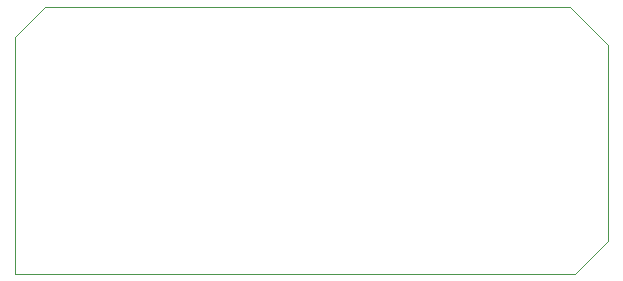
<source format=gbr>
G04 #@! TF.GenerationSoftware,KiCad,Pcbnew,(5.1.5)-3*
G04 #@! TF.CreationDate,2020-04-26T14:17:37-06:00*
G04 #@! TF.ProjectId,Dog Collar Light R1,446f6720-436f-46c6-9c61-72204c696768,rev?*
G04 #@! TF.SameCoordinates,Original*
G04 #@! TF.FileFunction,Profile,NP*
%FSLAX46Y46*%
G04 Gerber Fmt 4.6, Leading zero omitted, Abs format (unit mm)*
G04 Created by KiCad (PCBNEW (5.1.5)-3) date 2020-04-26 14:17:37*
%MOMM*%
%LPD*%
G04 APERTURE LIST*
%ADD10C,0.050000*%
G04 APERTURE END LIST*
D10*
X156000000Y-125800000D02*
X156000000Y-105700000D01*
X206200000Y-123000000D02*
X203400000Y-125800000D01*
X156000000Y-125800000D02*
X203400000Y-125800000D01*
X158500000Y-103200000D02*
X203000000Y-103200000D01*
X158500000Y-103200000D02*
X156000000Y-105700000D01*
X206200000Y-106400000D02*
X206200000Y-123000000D01*
X203000000Y-103200000D02*
X206200000Y-106400000D01*
M02*

</source>
